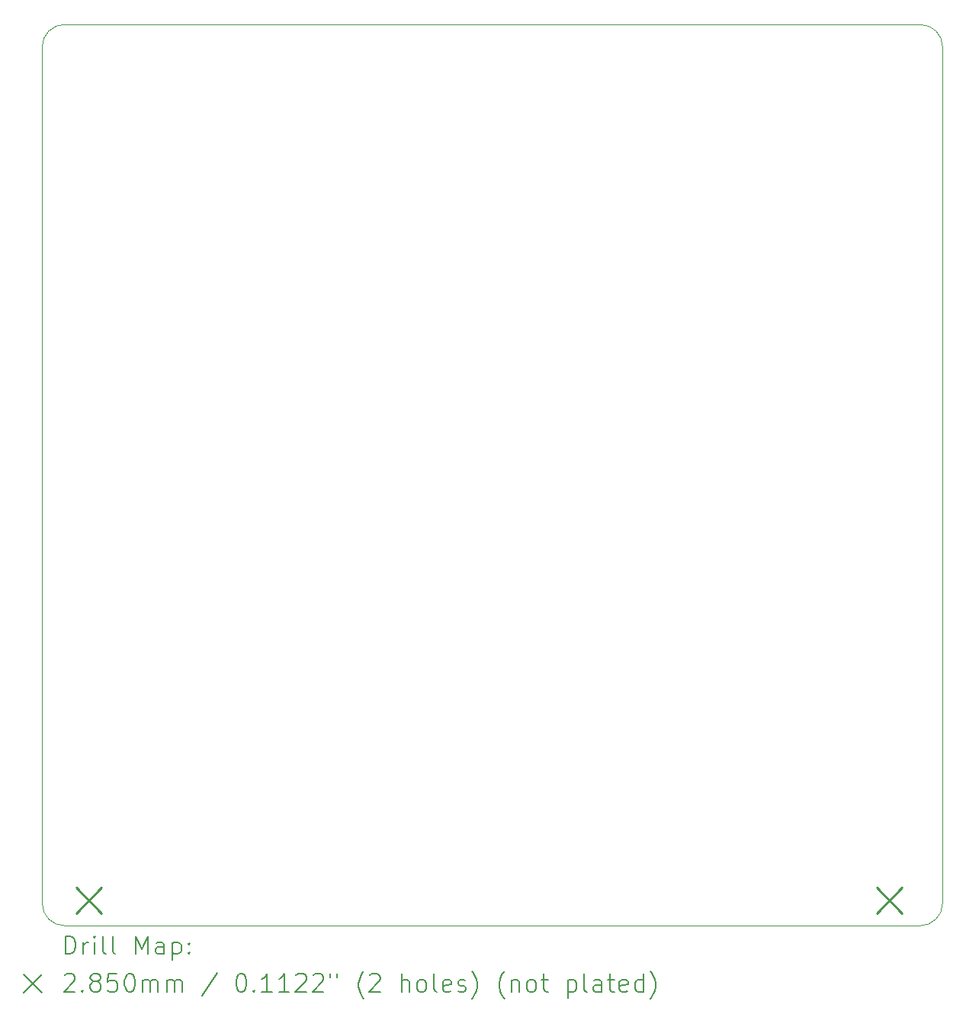
<source format=gbr>
%TF.GenerationSoftware,KiCad,Pcbnew,8.0.5*%
%TF.CreationDate,2024-10-19T15:21:06+01:00*%
%TF.ProjectId,GfxVGA,47667856-4741-42e6-9b69-6361645f7063,rev?*%
%TF.SameCoordinates,Original*%
%TF.FileFunction,Drillmap*%
%TF.FilePolarity,Positive*%
%FSLAX45Y45*%
G04 Gerber Fmt 4.5, Leading zero omitted, Abs format (unit mm)*
G04 Created by KiCad (PCBNEW 8.0.5) date 2024-10-19 15:21:06*
%MOMM*%
%LPD*%
G01*
G04 APERTURE LIST*
%ADD10C,0.050000*%
%ADD11C,0.200000*%
%ADD12C,0.285000*%
G04 APERTURE END LIST*
D10*
X19750000Y-5000000D02*
X10250000Y-5000000D01*
X10000000Y-5250000D02*
X10000000Y-14750000D01*
X10250000Y-15000000D02*
X19750000Y-15000000D01*
X20000000Y-14750000D02*
X20000000Y-5250000D01*
X20000000Y-14750000D02*
G75*
G02*
X19750000Y-15000000I-250000J0D01*
G01*
X19750000Y-5000000D02*
G75*
G02*
X20000000Y-5250000I0J-250000D01*
G01*
X10250000Y-15000000D02*
G75*
G02*
X10000000Y-14750000I0J250000D01*
G01*
X10000000Y-5250000D02*
G75*
G02*
X10250000Y-5000000I250000J0D01*
G01*
D11*
D12*
X10375000Y-14579340D02*
X10660000Y-14864340D01*
X10660000Y-14579340D02*
X10375000Y-14864340D01*
X19265000Y-14579340D02*
X19550000Y-14864340D01*
X19550000Y-14579340D02*
X19265000Y-14864340D01*
D11*
X10258277Y-15313984D02*
X10258277Y-15113984D01*
X10258277Y-15113984D02*
X10305896Y-15113984D01*
X10305896Y-15113984D02*
X10334467Y-15123508D01*
X10334467Y-15123508D02*
X10353515Y-15142555D01*
X10353515Y-15142555D02*
X10363039Y-15161603D01*
X10363039Y-15161603D02*
X10372563Y-15199698D01*
X10372563Y-15199698D02*
X10372563Y-15228269D01*
X10372563Y-15228269D02*
X10363039Y-15266365D01*
X10363039Y-15266365D02*
X10353515Y-15285412D01*
X10353515Y-15285412D02*
X10334467Y-15304460D01*
X10334467Y-15304460D02*
X10305896Y-15313984D01*
X10305896Y-15313984D02*
X10258277Y-15313984D01*
X10458277Y-15313984D02*
X10458277Y-15180650D01*
X10458277Y-15218746D02*
X10467801Y-15199698D01*
X10467801Y-15199698D02*
X10477324Y-15190174D01*
X10477324Y-15190174D02*
X10496372Y-15180650D01*
X10496372Y-15180650D02*
X10515420Y-15180650D01*
X10582086Y-15313984D02*
X10582086Y-15180650D01*
X10582086Y-15113984D02*
X10572563Y-15123508D01*
X10572563Y-15123508D02*
X10582086Y-15133031D01*
X10582086Y-15133031D02*
X10591610Y-15123508D01*
X10591610Y-15123508D02*
X10582086Y-15113984D01*
X10582086Y-15113984D02*
X10582086Y-15133031D01*
X10705896Y-15313984D02*
X10686848Y-15304460D01*
X10686848Y-15304460D02*
X10677324Y-15285412D01*
X10677324Y-15285412D02*
X10677324Y-15113984D01*
X10810658Y-15313984D02*
X10791610Y-15304460D01*
X10791610Y-15304460D02*
X10782086Y-15285412D01*
X10782086Y-15285412D02*
X10782086Y-15113984D01*
X11039229Y-15313984D02*
X11039229Y-15113984D01*
X11039229Y-15113984D02*
X11105896Y-15256841D01*
X11105896Y-15256841D02*
X11172563Y-15113984D01*
X11172563Y-15113984D02*
X11172563Y-15313984D01*
X11353515Y-15313984D02*
X11353515Y-15209222D01*
X11353515Y-15209222D02*
X11343991Y-15190174D01*
X11343991Y-15190174D02*
X11324943Y-15180650D01*
X11324943Y-15180650D02*
X11286848Y-15180650D01*
X11286848Y-15180650D02*
X11267801Y-15190174D01*
X11353515Y-15304460D02*
X11334467Y-15313984D01*
X11334467Y-15313984D02*
X11286848Y-15313984D01*
X11286848Y-15313984D02*
X11267801Y-15304460D01*
X11267801Y-15304460D02*
X11258277Y-15285412D01*
X11258277Y-15285412D02*
X11258277Y-15266365D01*
X11258277Y-15266365D02*
X11267801Y-15247317D01*
X11267801Y-15247317D02*
X11286848Y-15237793D01*
X11286848Y-15237793D02*
X11334467Y-15237793D01*
X11334467Y-15237793D02*
X11353515Y-15228269D01*
X11448753Y-15180650D02*
X11448753Y-15380650D01*
X11448753Y-15190174D02*
X11467801Y-15180650D01*
X11467801Y-15180650D02*
X11505896Y-15180650D01*
X11505896Y-15180650D02*
X11524943Y-15190174D01*
X11524943Y-15190174D02*
X11534467Y-15199698D01*
X11534467Y-15199698D02*
X11543991Y-15218746D01*
X11543991Y-15218746D02*
X11543991Y-15275888D01*
X11543991Y-15275888D02*
X11534467Y-15294936D01*
X11534467Y-15294936D02*
X11524943Y-15304460D01*
X11524943Y-15304460D02*
X11505896Y-15313984D01*
X11505896Y-15313984D02*
X11467801Y-15313984D01*
X11467801Y-15313984D02*
X11448753Y-15304460D01*
X11629705Y-15294936D02*
X11639229Y-15304460D01*
X11639229Y-15304460D02*
X11629705Y-15313984D01*
X11629705Y-15313984D02*
X11620182Y-15304460D01*
X11620182Y-15304460D02*
X11629705Y-15294936D01*
X11629705Y-15294936D02*
X11629705Y-15313984D01*
X11629705Y-15190174D02*
X11639229Y-15199698D01*
X11639229Y-15199698D02*
X11629705Y-15209222D01*
X11629705Y-15209222D02*
X11620182Y-15199698D01*
X11620182Y-15199698D02*
X11629705Y-15190174D01*
X11629705Y-15190174D02*
X11629705Y-15209222D01*
X9797500Y-15542500D02*
X9997500Y-15742500D01*
X9997500Y-15542500D02*
X9797500Y-15742500D01*
X10248753Y-15553031D02*
X10258277Y-15543508D01*
X10258277Y-15543508D02*
X10277324Y-15533984D01*
X10277324Y-15533984D02*
X10324944Y-15533984D01*
X10324944Y-15533984D02*
X10343991Y-15543508D01*
X10343991Y-15543508D02*
X10353515Y-15553031D01*
X10353515Y-15553031D02*
X10363039Y-15572079D01*
X10363039Y-15572079D02*
X10363039Y-15591127D01*
X10363039Y-15591127D02*
X10353515Y-15619698D01*
X10353515Y-15619698D02*
X10239229Y-15733984D01*
X10239229Y-15733984D02*
X10363039Y-15733984D01*
X10448753Y-15714936D02*
X10458277Y-15724460D01*
X10458277Y-15724460D02*
X10448753Y-15733984D01*
X10448753Y-15733984D02*
X10439229Y-15724460D01*
X10439229Y-15724460D02*
X10448753Y-15714936D01*
X10448753Y-15714936D02*
X10448753Y-15733984D01*
X10572563Y-15619698D02*
X10553515Y-15610174D01*
X10553515Y-15610174D02*
X10543991Y-15600650D01*
X10543991Y-15600650D02*
X10534467Y-15581603D01*
X10534467Y-15581603D02*
X10534467Y-15572079D01*
X10534467Y-15572079D02*
X10543991Y-15553031D01*
X10543991Y-15553031D02*
X10553515Y-15543508D01*
X10553515Y-15543508D02*
X10572563Y-15533984D01*
X10572563Y-15533984D02*
X10610658Y-15533984D01*
X10610658Y-15533984D02*
X10629705Y-15543508D01*
X10629705Y-15543508D02*
X10639229Y-15553031D01*
X10639229Y-15553031D02*
X10648753Y-15572079D01*
X10648753Y-15572079D02*
X10648753Y-15581603D01*
X10648753Y-15581603D02*
X10639229Y-15600650D01*
X10639229Y-15600650D02*
X10629705Y-15610174D01*
X10629705Y-15610174D02*
X10610658Y-15619698D01*
X10610658Y-15619698D02*
X10572563Y-15619698D01*
X10572563Y-15619698D02*
X10553515Y-15629222D01*
X10553515Y-15629222D02*
X10543991Y-15638746D01*
X10543991Y-15638746D02*
X10534467Y-15657793D01*
X10534467Y-15657793D02*
X10534467Y-15695888D01*
X10534467Y-15695888D02*
X10543991Y-15714936D01*
X10543991Y-15714936D02*
X10553515Y-15724460D01*
X10553515Y-15724460D02*
X10572563Y-15733984D01*
X10572563Y-15733984D02*
X10610658Y-15733984D01*
X10610658Y-15733984D02*
X10629705Y-15724460D01*
X10629705Y-15724460D02*
X10639229Y-15714936D01*
X10639229Y-15714936D02*
X10648753Y-15695888D01*
X10648753Y-15695888D02*
X10648753Y-15657793D01*
X10648753Y-15657793D02*
X10639229Y-15638746D01*
X10639229Y-15638746D02*
X10629705Y-15629222D01*
X10629705Y-15629222D02*
X10610658Y-15619698D01*
X10829705Y-15533984D02*
X10734467Y-15533984D01*
X10734467Y-15533984D02*
X10724944Y-15629222D01*
X10724944Y-15629222D02*
X10734467Y-15619698D01*
X10734467Y-15619698D02*
X10753515Y-15610174D01*
X10753515Y-15610174D02*
X10801134Y-15610174D01*
X10801134Y-15610174D02*
X10820182Y-15619698D01*
X10820182Y-15619698D02*
X10829705Y-15629222D01*
X10829705Y-15629222D02*
X10839229Y-15648269D01*
X10839229Y-15648269D02*
X10839229Y-15695888D01*
X10839229Y-15695888D02*
X10829705Y-15714936D01*
X10829705Y-15714936D02*
X10820182Y-15724460D01*
X10820182Y-15724460D02*
X10801134Y-15733984D01*
X10801134Y-15733984D02*
X10753515Y-15733984D01*
X10753515Y-15733984D02*
X10734467Y-15724460D01*
X10734467Y-15724460D02*
X10724944Y-15714936D01*
X10963039Y-15533984D02*
X10982086Y-15533984D01*
X10982086Y-15533984D02*
X11001134Y-15543508D01*
X11001134Y-15543508D02*
X11010658Y-15553031D01*
X11010658Y-15553031D02*
X11020182Y-15572079D01*
X11020182Y-15572079D02*
X11029705Y-15610174D01*
X11029705Y-15610174D02*
X11029705Y-15657793D01*
X11029705Y-15657793D02*
X11020182Y-15695888D01*
X11020182Y-15695888D02*
X11010658Y-15714936D01*
X11010658Y-15714936D02*
X11001134Y-15724460D01*
X11001134Y-15724460D02*
X10982086Y-15733984D01*
X10982086Y-15733984D02*
X10963039Y-15733984D01*
X10963039Y-15733984D02*
X10943991Y-15724460D01*
X10943991Y-15724460D02*
X10934467Y-15714936D01*
X10934467Y-15714936D02*
X10924944Y-15695888D01*
X10924944Y-15695888D02*
X10915420Y-15657793D01*
X10915420Y-15657793D02*
X10915420Y-15610174D01*
X10915420Y-15610174D02*
X10924944Y-15572079D01*
X10924944Y-15572079D02*
X10934467Y-15553031D01*
X10934467Y-15553031D02*
X10943991Y-15543508D01*
X10943991Y-15543508D02*
X10963039Y-15533984D01*
X11115420Y-15733984D02*
X11115420Y-15600650D01*
X11115420Y-15619698D02*
X11124944Y-15610174D01*
X11124944Y-15610174D02*
X11143991Y-15600650D01*
X11143991Y-15600650D02*
X11172563Y-15600650D01*
X11172563Y-15600650D02*
X11191610Y-15610174D01*
X11191610Y-15610174D02*
X11201134Y-15629222D01*
X11201134Y-15629222D02*
X11201134Y-15733984D01*
X11201134Y-15629222D02*
X11210658Y-15610174D01*
X11210658Y-15610174D02*
X11229705Y-15600650D01*
X11229705Y-15600650D02*
X11258277Y-15600650D01*
X11258277Y-15600650D02*
X11277324Y-15610174D01*
X11277324Y-15610174D02*
X11286848Y-15629222D01*
X11286848Y-15629222D02*
X11286848Y-15733984D01*
X11382086Y-15733984D02*
X11382086Y-15600650D01*
X11382086Y-15619698D02*
X11391610Y-15610174D01*
X11391610Y-15610174D02*
X11410658Y-15600650D01*
X11410658Y-15600650D02*
X11439229Y-15600650D01*
X11439229Y-15600650D02*
X11458277Y-15610174D01*
X11458277Y-15610174D02*
X11467801Y-15629222D01*
X11467801Y-15629222D02*
X11467801Y-15733984D01*
X11467801Y-15629222D02*
X11477324Y-15610174D01*
X11477324Y-15610174D02*
X11496372Y-15600650D01*
X11496372Y-15600650D02*
X11524943Y-15600650D01*
X11524943Y-15600650D02*
X11543991Y-15610174D01*
X11543991Y-15610174D02*
X11553515Y-15629222D01*
X11553515Y-15629222D02*
X11553515Y-15733984D01*
X11943991Y-15524460D02*
X11772563Y-15781603D01*
X12201134Y-15533984D02*
X12220182Y-15533984D01*
X12220182Y-15533984D02*
X12239229Y-15543508D01*
X12239229Y-15543508D02*
X12248753Y-15553031D01*
X12248753Y-15553031D02*
X12258277Y-15572079D01*
X12258277Y-15572079D02*
X12267801Y-15610174D01*
X12267801Y-15610174D02*
X12267801Y-15657793D01*
X12267801Y-15657793D02*
X12258277Y-15695888D01*
X12258277Y-15695888D02*
X12248753Y-15714936D01*
X12248753Y-15714936D02*
X12239229Y-15724460D01*
X12239229Y-15724460D02*
X12220182Y-15733984D01*
X12220182Y-15733984D02*
X12201134Y-15733984D01*
X12201134Y-15733984D02*
X12182086Y-15724460D01*
X12182086Y-15724460D02*
X12172563Y-15714936D01*
X12172563Y-15714936D02*
X12163039Y-15695888D01*
X12163039Y-15695888D02*
X12153515Y-15657793D01*
X12153515Y-15657793D02*
X12153515Y-15610174D01*
X12153515Y-15610174D02*
X12163039Y-15572079D01*
X12163039Y-15572079D02*
X12172563Y-15553031D01*
X12172563Y-15553031D02*
X12182086Y-15543508D01*
X12182086Y-15543508D02*
X12201134Y-15533984D01*
X12353515Y-15714936D02*
X12363039Y-15724460D01*
X12363039Y-15724460D02*
X12353515Y-15733984D01*
X12353515Y-15733984D02*
X12343991Y-15724460D01*
X12343991Y-15724460D02*
X12353515Y-15714936D01*
X12353515Y-15714936D02*
X12353515Y-15733984D01*
X12553515Y-15733984D02*
X12439229Y-15733984D01*
X12496372Y-15733984D02*
X12496372Y-15533984D01*
X12496372Y-15533984D02*
X12477325Y-15562555D01*
X12477325Y-15562555D02*
X12458277Y-15581603D01*
X12458277Y-15581603D02*
X12439229Y-15591127D01*
X12743991Y-15733984D02*
X12629706Y-15733984D01*
X12686848Y-15733984D02*
X12686848Y-15533984D01*
X12686848Y-15533984D02*
X12667801Y-15562555D01*
X12667801Y-15562555D02*
X12648753Y-15581603D01*
X12648753Y-15581603D02*
X12629706Y-15591127D01*
X12820182Y-15553031D02*
X12829706Y-15543508D01*
X12829706Y-15543508D02*
X12848753Y-15533984D01*
X12848753Y-15533984D02*
X12896372Y-15533984D01*
X12896372Y-15533984D02*
X12915420Y-15543508D01*
X12915420Y-15543508D02*
X12924944Y-15553031D01*
X12924944Y-15553031D02*
X12934467Y-15572079D01*
X12934467Y-15572079D02*
X12934467Y-15591127D01*
X12934467Y-15591127D02*
X12924944Y-15619698D01*
X12924944Y-15619698D02*
X12810658Y-15733984D01*
X12810658Y-15733984D02*
X12934467Y-15733984D01*
X13010658Y-15553031D02*
X13020182Y-15543508D01*
X13020182Y-15543508D02*
X13039229Y-15533984D01*
X13039229Y-15533984D02*
X13086848Y-15533984D01*
X13086848Y-15533984D02*
X13105896Y-15543508D01*
X13105896Y-15543508D02*
X13115420Y-15553031D01*
X13115420Y-15553031D02*
X13124944Y-15572079D01*
X13124944Y-15572079D02*
X13124944Y-15591127D01*
X13124944Y-15591127D02*
X13115420Y-15619698D01*
X13115420Y-15619698D02*
X13001134Y-15733984D01*
X13001134Y-15733984D02*
X13124944Y-15733984D01*
X13201134Y-15533984D02*
X13201134Y-15572079D01*
X13277325Y-15533984D02*
X13277325Y-15572079D01*
X13572563Y-15810174D02*
X13563039Y-15800650D01*
X13563039Y-15800650D02*
X13543991Y-15772079D01*
X13543991Y-15772079D02*
X13534468Y-15753031D01*
X13534468Y-15753031D02*
X13524944Y-15724460D01*
X13524944Y-15724460D02*
X13515420Y-15676841D01*
X13515420Y-15676841D02*
X13515420Y-15638746D01*
X13515420Y-15638746D02*
X13524944Y-15591127D01*
X13524944Y-15591127D02*
X13534468Y-15562555D01*
X13534468Y-15562555D02*
X13543991Y-15543508D01*
X13543991Y-15543508D02*
X13563039Y-15514936D01*
X13563039Y-15514936D02*
X13572563Y-15505412D01*
X13639229Y-15553031D02*
X13648753Y-15543508D01*
X13648753Y-15543508D02*
X13667801Y-15533984D01*
X13667801Y-15533984D02*
X13715420Y-15533984D01*
X13715420Y-15533984D02*
X13734468Y-15543508D01*
X13734468Y-15543508D02*
X13743991Y-15553031D01*
X13743991Y-15553031D02*
X13753515Y-15572079D01*
X13753515Y-15572079D02*
X13753515Y-15591127D01*
X13753515Y-15591127D02*
X13743991Y-15619698D01*
X13743991Y-15619698D02*
X13629706Y-15733984D01*
X13629706Y-15733984D02*
X13753515Y-15733984D01*
X13991610Y-15733984D02*
X13991610Y-15533984D01*
X14077325Y-15733984D02*
X14077325Y-15629222D01*
X14077325Y-15629222D02*
X14067801Y-15610174D01*
X14067801Y-15610174D02*
X14048753Y-15600650D01*
X14048753Y-15600650D02*
X14020182Y-15600650D01*
X14020182Y-15600650D02*
X14001134Y-15610174D01*
X14001134Y-15610174D02*
X13991610Y-15619698D01*
X14201134Y-15733984D02*
X14182087Y-15724460D01*
X14182087Y-15724460D02*
X14172563Y-15714936D01*
X14172563Y-15714936D02*
X14163039Y-15695888D01*
X14163039Y-15695888D02*
X14163039Y-15638746D01*
X14163039Y-15638746D02*
X14172563Y-15619698D01*
X14172563Y-15619698D02*
X14182087Y-15610174D01*
X14182087Y-15610174D02*
X14201134Y-15600650D01*
X14201134Y-15600650D02*
X14229706Y-15600650D01*
X14229706Y-15600650D02*
X14248753Y-15610174D01*
X14248753Y-15610174D02*
X14258277Y-15619698D01*
X14258277Y-15619698D02*
X14267801Y-15638746D01*
X14267801Y-15638746D02*
X14267801Y-15695888D01*
X14267801Y-15695888D02*
X14258277Y-15714936D01*
X14258277Y-15714936D02*
X14248753Y-15724460D01*
X14248753Y-15724460D02*
X14229706Y-15733984D01*
X14229706Y-15733984D02*
X14201134Y-15733984D01*
X14382087Y-15733984D02*
X14363039Y-15724460D01*
X14363039Y-15724460D02*
X14353515Y-15705412D01*
X14353515Y-15705412D02*
X14353515Y-15533984D01*
X14534468Y-15724460D02*
X14515420Y-15733984D01*
X14515420Y-15733984D02*
X14477325Y-15733984D01*
X14477325Y-15733984D02*
X14458277Y-15724460D01*
X14458277Y-15724460D02*
X14448753Y-15705412D01*
X14448753Y-15705412D02*
X14448753Y-15629222D01*
X14448753Y-15629222D02*
X14458277Y-15610174D01*
X14458277Y-15610174D02*
X14477325Y-15600650D01*
X14477325Y-15600650D02*
X14515420Y-15600650D01*
X14515420Y-15600650D02*
X14534468Y-15610174D01*
X14534468Y-15610174D02*
X14543991Y-15629222D01*
X14543991Y-15629222D02*
X14543991Y-15648269D01*
X14543991Y-15648269D02*
X14448753Y-15667317D01*
X14620182Y-15724460D02*
X14639230Y-15733984D01*
X14639230Y-15733984D02*
X14677325Y-15733984D01*
X14677325Y-15733984D02*
X14696372Y-15724460D01*
X14696372Y-15724460D02*
X14705896Y-15705412D01*
X14705896Y-15705412D02*
X14705896Y-15695888D01*
X14705896Y-15695888D02*
X14696372Y-15676841D01*
X14696372Y-15676841D02*
X14677325Y-15667317D01*
X14677325Y-15667317D02*
X14648753Y-15667317D01*
X14648753Y-15667317D02*
X14629706Y-15657793D01*
X14629706Y-15657793D02*
X14620182Y-15638746D01*
X14620182Y-15638746D02*
X14620182Y-15629222D01*
X14620182Y-15629222D02*
X14629706Y-15610174D01*
X14629706Y-15610174D02*
X14648753Y-15600650D01*
X14648753Y-15600650D02*
X14677325Y-15600650D01*
X14677325Y-15600650D02*
X14696372Y-15610174D01*
X14772563Y-15810174D02*
X14782087Y-15800650D01*
X14782087Y-15800650D02*
X14801134Y-15772079D01*
X14801134Y-15772079D02*
X14810658Y-15753031D01*
X14810658Y-15753031D02*
X14820182Y-15724460D01*
X14820182Y-15724460D02*
X14829706Y-15676841D01*
X14829706Y-15676841D02*
X14829706Y-15638746D01*
X14829706Y-15638746D02*
X14820182Y-15591127D01*
X14820182Y-15591127D02*
X14810658Y-15562555D01*
X14810658Y-15562555D02*
X14801134Y-15543508D01*
X14801134Y-15543508D02*
X14782087Y-15514936D01*
X14782087Y-15514936D02*
X14772563Y-15505412D01*
X15134468Y-15810174D02*
X15124944Y-15800650D01*
X15124944Y-15800650D02*
X15105896Y-15772079D01*
X15105896Y-15772079D02*
X15096372Y-15753031D01*
X15096372Y-15753031D02*
X15086849Y-15724460D01*
X15086849Y-15724460D02*
X15077325Y-15676841D01*
X15077325Y-15676841D02*
X15077325Y-15638746D01*
X15077325Y-15638746D02*
X15086849Y-15591127D01*
X15086849Y-15591127D02*
X15096372Y-15562555D01*
X15096372Y-15562555D02*
X15105896Y-15543508D01*
X15105896Y-15543508D02*
X15124944Y-15514936D01*
X15124944Y-15514936D02*
X15134468Y-15505412D01*
X15210658Y-15600650D02*
X15210658Y-15733984D01*
X15210658Y-15619698D02*
X15220182Y-15610174D01*
X15220182Y-15610174D02*
X15239230Y-15600650D01*
X15239230Y-15600650D02*
X15267801Y-15600650D01*
X15267801Y-15600650D02*
X15286849Y-15610174D01*
X15286849Y-15610174D02*
X15296372Y-15629222D01*
X15296372Y-15629222D02*
X15296372Y-15733984D01*
X15420182Y-15733984D02*
X15401134Y-15724460D01*
X15401134Y-15724460D02*
X15391611Y-15714936D01*
X15391611Y-15714936D02*
X15382087Y-15695888D01*
X15382087Y-15695888D02*
X15382087Y-15638746D01*
X15382087Y-15638746D02*
X15391611Y-15619698D01*
X15391611Y-15619698D02*
X15401134Y-15610174D01*
X15401134Y-15610174D02*
X15420182Y-15600650D01*
X15420182Y-15600650D02*
X15448753Y-15600650D01*
X15448753Y-15600650D02*
X15467801Y-15610174D01*
X15467801Y-15610174D02*
X15477325Y-15619698D01*
X15477325Y-15619698D02*
X15486849Y-15638746D01*
X15486849Y-15638746D02*
X15486849Y-15695888D01*
X15486849Y-15695888D02*
X15477325Y-15714936D01*
X15477325Y-15714936D02*
X15467801Y-15724460D01*
X15467801Y-15724460D02*
X15448753Y-15733984D01*
X15448753Y-15733984D02*
X15420182Y-15733984D01*
X15543992Y-15600650D02*
X15620182Y-15600650D01*
X15572563Y-15533984D02*
X15572563Y-15705412D01*
X15572563Y-15705412D02*
X15582087Y-15724460D01*
X15582087Y-15724460D02*
X15601134Y-15733984D01*
X15601134Y-15733984D02*
X15620182Y-15733984D01*
X15839230Y-15600650D02*
X15839230Y-15800650D01*
X15839230Y-15610174D02*
X15858277Y-15600650D01*
X15858277Y-15600650D02*
X15896373Y-15600650D01*
X15896373Y-15600650D02*
X15915420Y-15610174D01*
X15915420Y-15610174D02*
X15924944Y-15619698D01*
X15924944Y-15619698D02*
X15934468Y-15638746D01*
X15934468Y-15638746D02*
X15934468Y-15695888D01*
X15934468Y-15695888D02*
X15924944Y-15714936D01*
X15924944Y-15714936D02*
X15915420Y-15724460D01*
X15915420Y-15724460D02*
X15896373Y-15733984D01*
X15896373Y-15733984D02*
X15858277Y-15733984D01*
X15858277Y-15733984D02*
X15839230Y-15724460D01*
X16048753Y-15733984D02*
X16029706Y-15724460D01*
X16029706Y-15724460D02*
X16020182Y-15705412D01*
X16020182Y-15705412D02*
X16020182Y-15533984D01*
X16210658Y-15733984D02*
X16210658Y-15629222D01*
X16210658Y-15629222D02*
X16201134Y-15610174D01*
X16201134Y-15610174D02*
X16182087Y-15600650D01*
X16182087Y-15600650D02*
X16143992Y-15600650D01*
X16143992Y-15600650D02*
X16124944Y-15610174D01*
X16210658Y-15724460D02*
X16191611Y-15733984D01*
X16191611Y-15733984D02*
X16143992Y-15733984D01*
X16143992Y-15733984D02*
X16124944Y-15724460D01*
X16124944Y-15724460D02*
X16115420Y-15705412D01*
X16115420Y-15705412D02*
X16115420Y-15686365D01*
X16115420Y-15686365D02*
X16124944Y-15667317D01*
X16124944Y-15667317D02*
X16143992Y-15657793D01*
X16143992Y-15657793D02*
X16191611Y-15657793D01*
X16191611Y-15657793D02*
X16210658Y-15648269D01*
X16277325Y-15600650D02*
X16353515Y-15600650D01*
X16305896Y-15533984D02*
X16305896Y-15705412D01*
X16305896Y-15705412D02*
X16315420Y-15724460D01*
X16315420Y-15724460D02*
X16334468Y-15733984D01*
X16334468Y-15733984D02*
X16353515Y-15733984D01*
X16496373Y-15724460D02*
X16477325Y-15733984D01*
X16477325Y-15733984D02*
X16439230Y-15733984D01*
X16439230Y-15733984D02*
X16420182Y-15724460D01*
X16420182Y-15724460D02*
X16410658Y-15705412D01*
X16410658Y-15705412D02*
X16410658Y-15629222D01*
X16410658Y-15629222D02*
X16420182Y-15610174D01*
X16420182Y-15610174D02*
X16439230Y-15600650D01*
X16439230Y-15600650D02*
X16477325Y-15600650D01*
X16477325Y-15600650D02*
X16496373Y-15610174D01*
X16496373Y-15610174D02*
X16505896Y-15629222D01*
X16505896Y-15629222D02*
X16505896Y-15648269D01*
X16505896Y-15648269D02*
X16410658Y-15667317D01*
X16677325Y-15733984D02*
X16677325Y-15533984D01*
X16677325Y-15724460D02*
X16658277Y-15733984D01*
X16658277Y-15733984D02*
X16620182Y-15733984D01*
X16620182Y-15733984D02*
X16601134Y-15724460D01*
X16601134Y-15724460D02*
X16591611Y-15714936D01*
X16591611Y-15714936D02*
X16582087Y-15695888D01*
X16582087Y-15695888D02*
X16582087Y-15638746D01*
X16582087Y-15638746D02*
X16591611Y-15619698D01*
X16591611Y-15619698D02*
X16601134Y-15610174D01*
X16601134Y-15610174D02*
X16620182Y-15600650D01*
X16620182Y-15600650D02*
X16658277Y-15600650D01*
X16658277Y-15600650D02*
X16677325Y-15610174D01*
X16753515Y-15810174D02*
X16763039Y-15800650D01*
X16763039Y-15800650D02*
X16782087Y-15772079D01*
X16782087Y-15772079D02*
X16791611Y-15753031D01*
X16791611Y-15753031D02*
X16801135Y-15724460D01*
X16801135Y-15724460D02*
X16810658Y-15676841D01*
X16810658Y-15676841D02*
X16810658Y-15638746D01*
X16810658Y-15638746D02*
X16801135Y-15591127D01*
X16801135Y-15591127D02*
X16791611Y-15562555D01*
X16791611Y-15562555D02*
X16782087Y-15543508D01*
X16782087Y-15543508D02*
X16763039Y-15514936D01*
X16763039Y-15514936D02*
X16753515Y-15505412D01*
M02*

</source>
